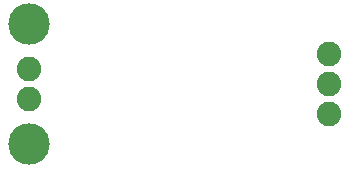
<source format=gbr>
G04 EAGLE Gerber RS-274X export*
G75*
%MOMM*%
%FSLAX34Y34*%
%LPD*%
%INSoldermask Bottom*%
%IPPOS*%
%AMOC8*
5,1,8,0,0,1.08239X$1,22.5*%
G01*
%ADD10C,3.505200*%
%ADD11C,2.082800*%


D10*
X25400Y127000D03*
X25400Y25400D03*
D11*
X279400Y50800D03*
X279400Y76200D03*
X279400Y101600D03*
X25400Y88900D03*
X25400Y63500D03*
M02*

</source>
